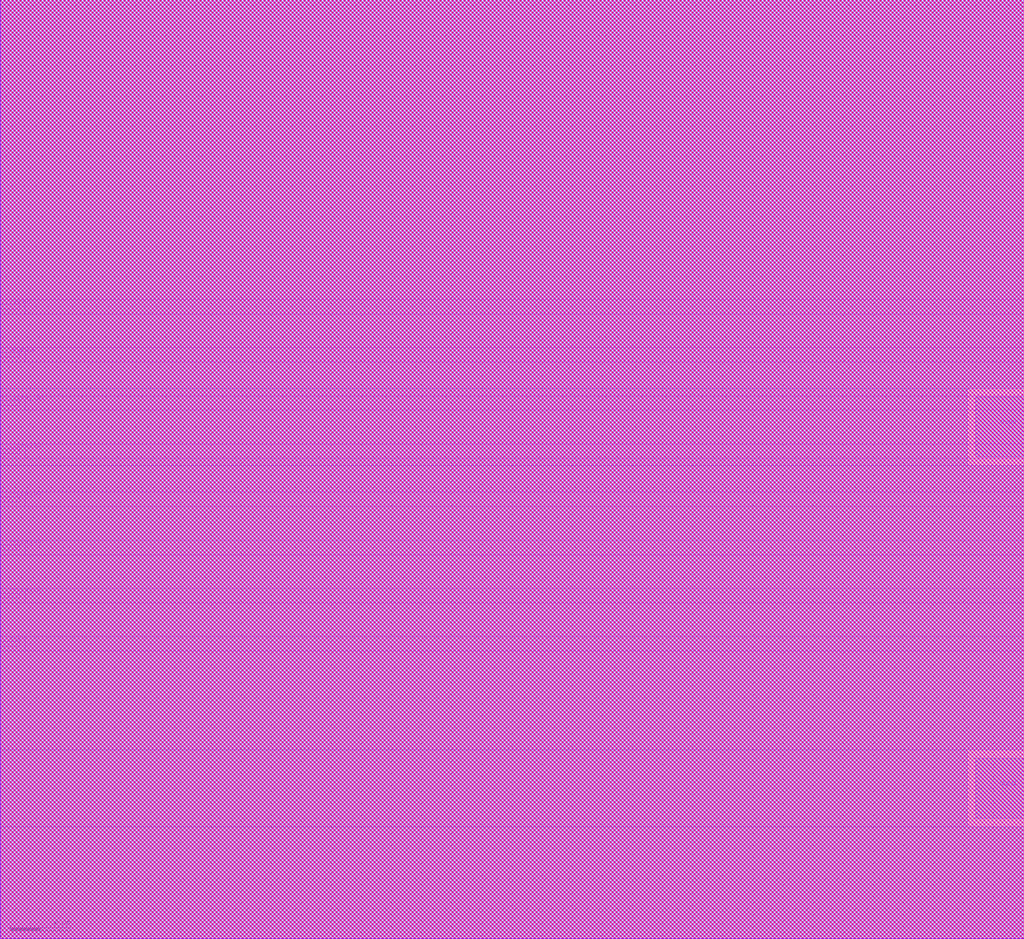
<source format=lef>
##
## LEF for PtnCells ;
## created by Innovus v20.11-s130_1 on Sun Dec 19 10:57:57 2021
##

VERSION 5.8 ;

BUSBITCHARS "[]" ;
DIVIDERCHAR "/" ;

MACRO counter4bit
  CLASS BLOCK ;
  SIZE 34.000000 BY 31.200000 ;
  FOREIGN counter4bit 0.000000 0.000000 ;
  ORIGIN 0 0 ;
  SYMMETRY X Y R90 ;
  PIN clk
    DIRECTION INPUT ;
    USE CLOCK ;
    PORT
      LAYER metal1 ;
        RECT 0.000000 9.720000 0.640000 9.880000 ;
    END
  END clk
  PIN enable
    DIRECTION INPUT ;
    USE CLOCK ;
    PORT
      LAYER metal1 ;
        RECT 0.000000 19.320000 0.640000 19.480000 ;
    END
  END enable
  PIN count_dir
    DIRECTION INPUT ;
    USE CLOCK ;
    PORT
      LAYER metal1 ;
        RECT 0.000000 17.720000 0.640000 17.880000 ;
    END
  END count_dir
  PIN reset
    DIRECTION INPUT ;
    USE CLOCK ;
    PORT
      LAYER metal1 ;
        RECT 0.000000 20.920000 0.640000 21.080000 ;
    END
  END reset
  PIN count[3]
    DIRECTION OUTPUT ;
    USE CLOCK ;
    PORT
      LAYER metal1 ;
        RECT 0.000000 16.120000 0.640000 16.280000 ;
    END
  END count[3]
  PIN count[2]
    DIRECTION OUTPUT ;
    USE CLOCK ;
    PORT
      LAYER metal1 ;
        RECT 0.000000 14.520000 0.640000 14.680000 ;
    END
  END count[2]
  PIN count[1]
    DIRECTION OUTPUT ;
    USE CLOCK ;
    PORT
      LAYER metal1 ;
        RECT 0.000000 12.920000 0.640000 13.080000 ;
    END
  END count[1]
  PIN count[0]
    DIRECTION OUTPUT ;
    USE CLOCK ;
    PORT
      LAYER metal1 ;
        RECT 0.000000 11.320000 0.640000 11.480000 ;
    END
  END count[0]
  PIN dvdd
    DIRECTION INOUT ;
#    USE POWER ;
    PORT
      LAYER metal3 ;
        RECT 32.400000 16.000000 34.000000 18.000000 ;
    END
  END dvdd
  PIN dgnd
    DIRECTION INOUT ;
#    USE GROUND ;
    PORT
      LAYER metal3 ;
        RECT 32.400000 4.000000 34.000000 6.000000 ;
    END
  END dgnd
  OBS
    LAYER metal1 ;
      RECT 0.000000 21.240000 34.000000 31.200000 ;
      RECT 0.830000 20.760000 34.000000 21.240000 ;
      RECT 0.000000 19.640000 34.000000 20.760000 ;
      RECT 0.830000 19.160000 34.000000 19.640000 ;
      RECT 0.000000 18.040000 34.000000 19.160000 ;
      RECT 0.830000 17.560000 34.000000 18.040000 ;
      RECT 0.000000 16.440000 34.000000 17.560000 ;
      RECT 0.830000 15.960000 34.000000 16.440000 ;
      RECT 0.000000 14.840000 34.000000 15.960000 ;
      RECT 0.830000 14.360000 34.000000 14.840000 ;
      RECT 0.000000 13.240000 34.000000 14.360000 ;
      RECT 0.830000 12.760000 34.000000 13.240000 ;
      RECT 0.000000 11.640000 34.000000 12.760000 ;
      RECT 0.830000 11.160000 34.000000 11.640000 ;
      RECT 0.000000 10.040000 34.000000 11.160000 ;
      RECT 0.830000 9.560000 34.000000 10.040000 ;
      RECT 0.000000 0.000000 34.000000 9.560000 ;
    LAYER metal2 ;
      RECT 0.000000 0.000000 34.000000 31.200000 ;
    LAYER metal3 ;
     RECT 0.000000 18.280000 34.000000 31.200000 ;
     RECT 0.000000 15.720000 32.120000 18.280000 ;
     RECT 0.000000 6.280000 34.000000 15.720000 ;
     RECT 0.000000 3.720000 32.120000 6.280000 ;
     RECT 0.000000 0.000000 34.000000 3.720000 ;
   LAYER metal4 ;
     RECT 0.000000 0.000000 34.000000 31.200000 ;
   LAYER metal5 ;
     RECT 0.000000 0.000000 34.000000 31.200000 ;
   LAYER metal6 ;
     RECT 0.000000 0.000000 34.000000 31.200000 ;
   LAYER metal7 ;
     RECT 0.000000 0.000000 34.000000 31.200000 ;
   LAYER metal8 ;
     RECT 0.000000 0.000000 34.000000 31.200000 ;
 END
END counter4bit

END LIBRARY

</source>
